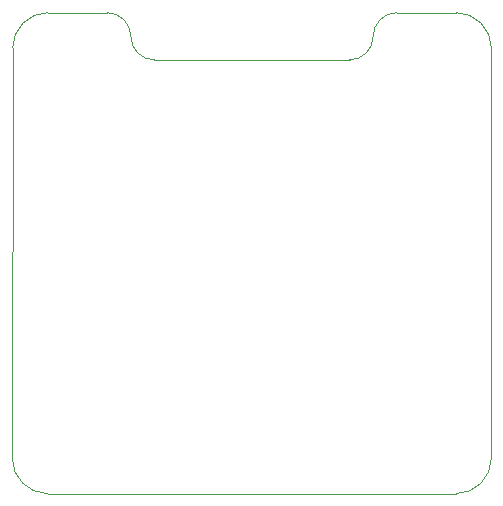
<source format=gbr>
%TF.GenerationSoftware,KiCad,Pcbnew,(5.1.10)-1*%
%TF.CreationDate,2021-08-06T22:26:06+02:00*%
%TF.ProjectId,board,626f6172-642e-46b6-9963-61645f706362,0.2*%
%TF.SameCoordinates,Original*%
%TF.FileFunction,Profile,NP*%
%FSLAX46Y46*%
G04 Gerber Fmt 4.6, Leading zero omitted, Abs format (unit mm)*
G04 Created by KiCad (PCBNEW (5.1.10)-1) date 2021-08-06 22:26:06*
%MOMM*%
%LPD*%
G01*
G04 APERTURE LIST*
%TA.AperFunction,Profile*%
%ADD10C,0.050000*%
%TD*%
G04 APERTURE END LIST*
D10*
X92300000Y-20770000D02*
G75*
G02*
X95300000Y-23770000I0J-3000000D01*
G01*
X95300000Y-58500000D02*
G75*
G02*
X92300000Y-61500000I-3000000J0D01*
G01*
X57740000Y-61500000D02*
G75*
G02*
X54740000Y-58500000I0J3000000D01*
G01*
X54770000Y-23770000D02*
X54740000Y-58500000D01*
X92300000Y-61500000D02*
X57740000Y-61500000D01*
X66770000Y-24770000D02*
X83300000Y-24770000D01*
X64770000Y-22770000D02*
G75*
G03*
X66770000Y-24770000I2000000J0D01*
G01*
X64770000Y-22770000D02*
G75*
G03*
X62770000Y-20770000I-2000000J0D01*
G01*
X83300000Y-24770000D02*
G75*
G03*
X85300000Y-22770000I0J2000000D01*
G01*
X87300000Y-20770000D02*
G75*
G03*
X85300000Y-22770000I0J-2000000D01*
G01*
X92300000Y-20770000D02*
X87300000Y-20770000D01*
X57770000Y-20770000D02*
X62770000Y-20770000D01*
X54770000Y-23770000D02*
G75*
G02*
X57770000Y-20770000I3000000J0D01*
G01*
X95300000Y-58500000D02*
X95300000Y-23770000D01*
M02*

</source>
